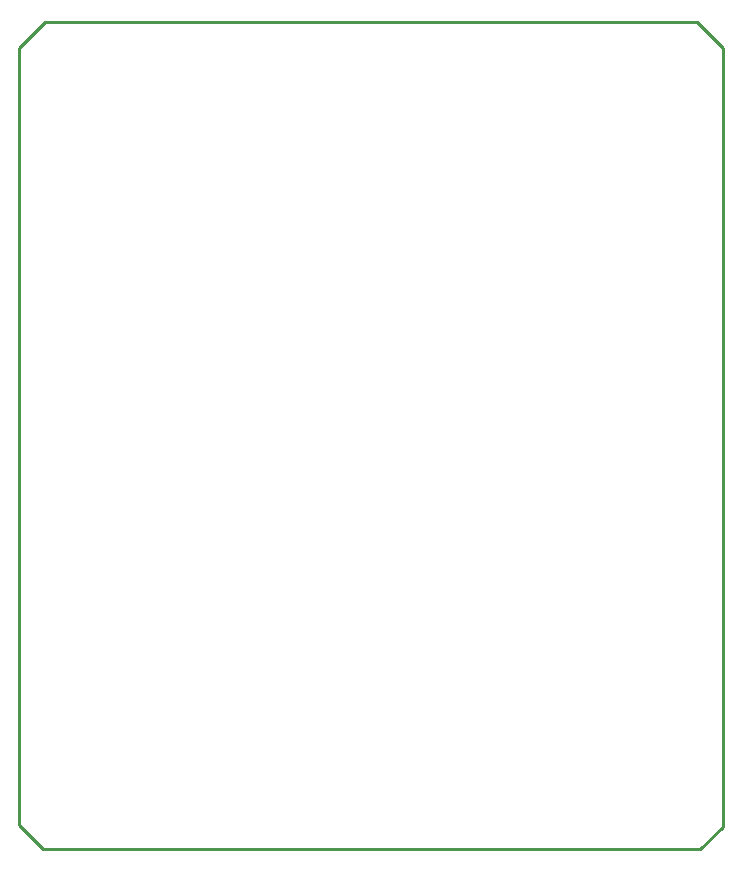
<source format=gm1>
G04*
G04 #@! TF.GenerationSoftware,Altium Limited,Altium Designer,21.0.9 (235)*
G04*
G04 Layer_Color=16711935*
%FSLAX25Y25*%
%MOIN*%
G70*
G04*
G04 #@! TF.SameCoordinates,CCBB63D4-E8DD-42B9-A150-1630AA2F812C*
G04*
G04*
G04 #@! TF.FilePolarity,Positive*
G04*
G01*
G75*
%ADD13C,0.01000*%
D13*
X227200Y0D02*
X234600Y7400D01*
X8100Y0D02*
X227200D01*
X100Y8000D02*
X8100Y0D01*
X100Y8000D02*
Y267000D01*
X8600Y275500D01*
X226000D01*
X234600Y266900D01*
Y7400D02*
Y266900D01*
M02*

</source>
